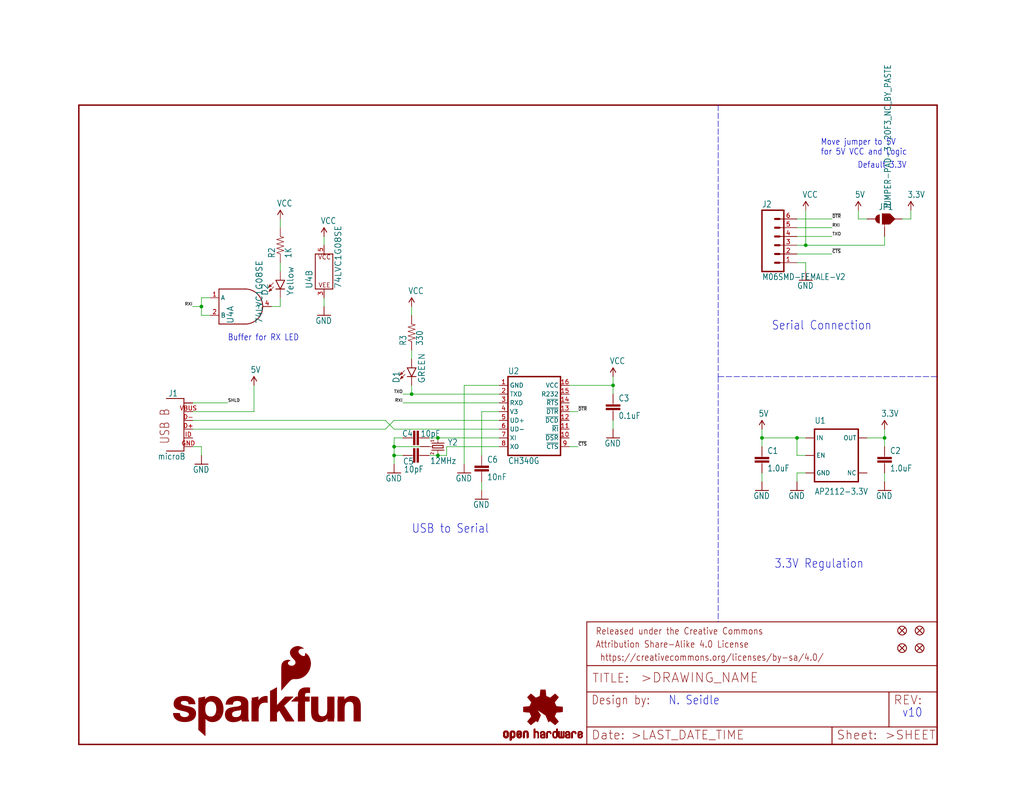
<source format=kicad_sch>
(kicad_sch (version 20211123) (generator eeschema)
  (paper "User" 297.002 235.534)
  (lib_symbols
    (symbol "eagleSchem-eagle-import:0.1UF-25V(+80{slash}-20%)(0603)"
      (property "Reference" "C" (at 1.524 2.921 0))
      (property "Value" "0.1UF-25V(+80{slash}-20%)(0603)" (at 1.524 -2.159 0))
      (symbol "0.1UF-25V(+80{slash}-20%)(0603)_1_0"
        (pin passive line (at 0 5.08 270) (length 2.54) (name "1") (number "1"))
        (pin passive line (at 0 -2.54 90) (length 2.54) (name "2") (number "2"))
      )
    )
    (symbol "eagleSchem-eagle-import:1.0UF-16V-10%(0603)"
      (property "Reference" "C" (at 1.524 2.921 0))
      (property "Value" "1.0UF-16V-10%(0603)" (at 1.524 -2.159 0))
      (symbol "1.0UF-16V-10%(0603)_1_0"
        (pin passive line (at 0 5.08 270) (length 2.54) (name "1") (number "1"))
        (pin passive line (at 0 -2.54 90) (length 2.54) (name "2") (number "2"))
      )
    )
    (symbol "eagleSchem-eagle-import:10NF{slash}10000PF-50V-10%(0603)"
      (property "Reference" "C" (at 1.524 2.921 0))
      (property "Value" "10NF{slash}10000PF-50V-10%(0603)" (at 1.524 -2.159 0))
      (symbol "10NF{slash}10000PF-50V-10%(0603)_1_0"
        (pin passive line (at 0 5.08 270) (length 2.54) (name "1") (number "1"))
        (pin passive line (at 0 -2.54 90) (length 2.54) (name "2") (number "2"))
      )
    )
    (symbol "eagleSchem-eagle-import:10PF-50V-5%(0603)"
      (property "Reference" "C" (at 1.524 2.921 0))
      (property "Value" "10PF-50V-5%(0603)" (at 1.524 -2.159 0))
      (symbol "10PF-50V-5%(0603)_1_0"
        (pin passive line (at 0 5.08 270) (length 2.54) (name "1") (number "1"))
        (pin passive line (at 0 -2.54 90) (length 2.54) (name "2") (number "2"))
      )
    )
    (symbol "eagleSchem-eagle-import:1KOHM-1{slash}10W-1%(0603)"
      (property "Reference" "R" (at -3.81 1.4986 0))
      (property "Value" "1KOHM-1{slash}10W-1%(0603)" (at -3.81 -3.302 0))
      (symbol "1KOHM-1{slash}10W-1%(0603)_1_0"
        (pin passive line (at -5.08 0 0) (length 2.54) (name "1") (number "1"))
        (pin passive line (at 5.08 0 180) (length 2.54) (name "2") (number "2"))
      )
    )
    (symbol "eagleSchem-eagle-import:3.3V" (power)
      (property "Value" "3.3V" (at -1.016 3.556 0))
      (symbol "3.3V_1_0"
        (pin power_in line (at 0 0 90) (length 2.54) (name "3.3V") (number "1"))
      )
    )
    (symbol "eagleSchem-eagle-import:330OHM1{slash}10W1%(0603)"
      (property "Reference" "R" (at -3.81 1.4986 0))
      (property "Value" "330OHM1{slash}10W1%(0603)" (at -3.81 -3.302 0))
      (symbol "330OHM1{slash}10W1%(0603)_1_0"
        (pin passive line (at -5.08 0 0) (length 2.54) (name "1") (number "1"))
        (pin passive line (at 5.08 0 180) (length 2.54) (name "2") (number "2"))
      )
    )
    (symbol "eagleSchem-eagle-import:5V" (power)
      (property "Value" "5V" (at -1.016 3.556 0))
      (symbol "5V_1_0"
        (pin power_in line (at 0 0 90) (length 2.54) (name "5V") (number "1"))
      )
    )
    (symbol "eagleSchem-eagle-import:7408"
      (property "Reference" "U" (at -3.302 -5.08 90))
      (property "Value" "7408" (at 5.08 -5.08 90))
      (symbol "7408_1_0"
        (pin bidirectional line (at -10.16 2.54 0) (length 2.54) (name "A") (number "1"))
        (pin bidirectional line (at -10.16 -2.54 0) (length 2.54) (name "B") (number "2"))
        (pin bidirectional line (at 7.62 0 180) (length 2.54) (name "Y") (number "4"))
      )
      (symbol "7408_2_0"
        (text "VCC" (at 0.127 3.429 0) (effects (font (size 1.27 1.27)) (justify bottom)))
        (text "VEE" (at 0.127 -4.699 0) (effects (font (size 1.27 1.27)) (justify bottom)))
        (pin bidirectional line (at 0 -7.62 90) (length 2.54) (name "P$V-") (number "3"))
        (pin bidirectional line (at 0 7.62 270) (length 2.54) (name "P$V+") (number "5"))
      )
    )
    (symbol "eagleSchem-eagle-import:CH340GSMD"
      (property "Reference" "U" (at -7.62 10.795 0))
      (property "Value" "CH340GSMD" (at -7.62 -15.24 0))
      (symbol "CH340GSMD_1_0"
        (pin bidirectional line (at -10.16 7.62 0) (length 2.54) (name "GND") (number "1"))
        (pin bidirectional line (at 10.16 -7.62 180) (length 2.54) (name "~{DSR}") (number "10"))
        (pin bidirectional line (at 10.16 -5.08 180) (length 2.54) (name "~{RI}") (number "11"))
        (pin bidirectional line (at 10.16 -2.54 180) (length 2.54) (name "~{DCD}") (number "12"))
        (pin bidirectional line (at 10.16 0 180) (length 2.54) (name "~{DTR}") (number "13"))
        (pin bidirectional line (at 10.16 2.54 180) (length 2.54) (name "~{RTS}") (number "14"))
        (pin bidirectional line (at 10.16 5.08 180) (length 2.54) (name "R232") (number "15"))
        (pin bidirectional line (at 10.16 7.62 180) (length 2.54) (name "VCC") (number "16"))
        (pin bidirectional line (at -10.16 5.08 0) (length 2.54) (name "TXD") (number "2"))
        (pin bidirectional line (at -10.16 2.54 0) (length 2.54) (name "RXD") (number "3"))
        (pin bidirectional line (at -10.16 0 0) (length 2.54) (name "V3") (number "4"))
        (pin bidirectional line (at -10.16 -2.54 0) (length 2.54) (name "UD+") (number "5"))
        (pin bidirectional line (at -10.16 -5.08 0) (length 2.54) (name "UD-") (number "6"))
        (pin bidirectional line (at -10.16 -7.62 0) (length 2.54) (name "XI") (number "7"))
        (pin bidirectional line (at -10.16 -10.16 0) (length 2.54) (name "XO") (number "8"))
        (pin bidirectional line (at 10.16 -10.16 180) (length 2.54) (name "~{CTS}") (number "9"))
      )
    )
    (symbol "eagleSchem-eagle-import:CRYSTAL-GROUNDED3.2X2.5"
      (property "Reference" "Y" (at 2.54 2.54 0))
      (property "Value" "CRYSTAL-GROUNDED3.2X2.5" (at 2.54 -2.54 0))
      (symbol "CRYSTAL-GROUNDED3.2X2.5_1_0"
        (text "1" (at -2.159 -1.143 0) (effects (font (size 0.8636 0.734)) (justify left bottom)))
        (text "2" (at 1.524 -1.143 0) (effects (font (size 0.8636 0.734)) (justify left bottom)))
        (pin passive line (at -2.54 0 0) (length 0) (name "1") (number "1"))
        (pin passive line (at 0 -5.08 90) (length 2.54) (name "GND") (number "2"))
        (pin passive line (at 2.54 0 180) (length 0) (name "2") (number "3"))
        (pin passive line (at 0 -5.08 90) (length 2.54) (name "GND") (number "4"))
      )
    )
    (symbol "eagleSchem-eagle-import:FIDUCIAL1X2")
    (symbol "eagleSchem-eagle-import:FRAME-LETTER"
      (symbol "FRAME-LETTER_2_0"
        (text " https://creativecommons.org/licenses/by-sa/4.0/" (at 2.54 24.13 0) (effects (font (size 1.9304 1.6408)) (justify left bottom)))
        (text ">DRAWING_NAME" (at 15.494 17.78 0) (effects (font (size 2.7432 2.7432)) (justify left bottom)))
        (text ">LAST_DATE_TIME" (at 12.7 1.27 0) (effects (font (size 2.54 2.54)) (justify left bottom)))
        (text ">SHEET" (at 86.36 1.27 0) (effects (font (size 2.54 2.54)) (justify left bottom)))
        (text "Attribution Share-Alike 4.0 License" (at 2.54 27.94 0) (effects (font (size 1.9304 1.6408)) (justify left bottom)))
        (text "Date:" (at 1.27 1.27 0) (effects (font (size 2.54 2.54)) (justify left bottom)))
        (text "Design by:" (at 1.27 11.43 0) (effects (font (size 2.54 2.159)) (justify left bottom)))
        (text "Released under the Creative Commons" (at 2.54 31.75 0) (effects (font (size 1.9304 1.6408)) (justify left bottom)))
        (text "REV:" (at 88.9 11.43 0) (effects (font (size 2.54 2.54)) (justify left bottom)))
        (text "Sheet:" (at 72.39 1.27 0) (effects (font (size 2.54 2.54)) (justify left bottom)))
        (text "TITLE:" (at 1.524 17.78 0) (effects (font (size 2.54 2.54)) (justify left bottom)))
      )
    )
    (symbol "eagleSchem-eagle-import:GND" (power)
      (property "Value" "GND" (at -2.54 -2.54 0))
      (symbol "GND_1_0"
        (pin power_in line (at 0 2.54 270) (length 2.54) (name "GND") (number "1"))
      )
    )
    (symbol "eagleSchem-eagle-import:JUMPER-PAD-3-2OF3_NC_BY_PASTE"
      (property "Reference" "JP" (at 2.54 0.381 0))
      (property "Value" "JUMPER-PAD-3-2OF3_NC_BY_PASTE" (at 2.54 -1.905 0))
      (symbol "JUMPER-PAD-3-2OF3_NC_BY_PASTE_1_0"
        (pin passive line (at 0 5.08 270) (length 2.54) (name "1") (number "1"))
        (pin passive line (at -5.08 0 0) (length 2.54) (name "2") (number "2"))
        (pin passive line (at 0 -5.08 90) (length 2.54) (name "3") (number "3"))
      )
    )
    (symbol "eagleSchem-eagle-import:LED-GREEN0603"
      (property "Reference" "D" (at -3.429 -4.572 90))
      (property "Value" "LED-GREEN0603" (at 1.905 -4.572 90))
      (symbol "LED-GREEN0603_1_0"
        (pin passive line (at 0 2.54 270) (length 2.54) (name "A") (number "A"))
        (pin passive line (at 0 -5.08 90) (length 2.54) (name "C") (number "C"))
      )
    )
    (symbol "eagleSchem-eagle-import:LED-YELLOW0603"
      (property "Reference" "D" (at -3.429 -4.572 90))
      (property "Value" "LED-YELLOW0603" (at 1.905 -4.572 90))
      (symbol "LED-YELLOW0603_1_0"
        (pin passive line (at 0 2.54 270) (length 2.54) (name "A") (number "A"))
        (pin passive line (at 0 -5.08 90) (length 2.54) (name "C") (number "C"))
      )
    )
    (symbol "eagleSchem-eagle-import:M06SMD-FEMALE-V2"
      (property "Reference" "J" (at -5.08 10.922 0))
      (property "Value" "M06SMD-FEMALE-V2" (at -5.08 -10.16 0))
      (symbol "M06SMD-FEMALE-V2_1_0"
        (pin passive line (at 5.08 -5.08 180) (length 5.08) (name "1") (number "1"))
        (pin passive line (at 5.08 -2.54 180) (length 5.08) (name "2") (number "2"))
        (pin passive line (at 5.08 0 180) (length 5.08) (name "3") (number "3"))
        (pin passive line (at 5.08 2.54 180) (length 5.08) (name "4") (number "4"))
        (pin passive line (at 5.08 5.08 180) (length 5.08) (name "5") (number "5"))
        (pin passive line (at 5.08 7.62 180) (length 5.08) (name "6") (number "6"))
      )
    )
    (symbol "eagleSchem-eagle-import:OSHW-LOGOS")
    (symbol "eagleSchem-eagle-import:SFE_LOGO_FLAME.1_INCH")
    (symbol "eagleSchem-eagle-import:SFE_LOGO_NAME.1_INCH")
    (symbol "eagleSchem-eagle-import:USB-MICROB{dblquote}"
      (property "Value" "USB-MICROB{dblquote}" (at -2.54 -10.16 0))
      (symbol "USB-MICROB{dblquote}_1_0"
        (text "USB B" (at 1.524 -3.556 900) (effects (font (size 2.54 2.159)) (justify left bottom)))
        (pin bidirectional line (at -5.08 2.54 0) (length 2.54) (name "D+") (number "D+"))
        (pin bidirectional line (at -5.08 0 0) (length 2.54) (name "D-") (number "D-"))
        (pin bidirectional line (at -5.08 7.62 0) (length 2.54) (name "GND") (number "GND"))
        (pin bidirectional line (at -5.08 5.08 0) (length 2.54) (name "USBID") (number "ID"))
        (pin bidirectional line (at -5.08 -5.08 0) (length 2.54) (name "SHIELD") (number "SHIELD1"))
        (pin bidirectional line (at -5.08 -5.08 0) (length 2.54) (name "SHIELD") (number "SHIELD2"))
        (pin bidirectional line (at -5.08 -5.08 0) (length 2.54) (name "SHIELD") (number "SHIELD3"))
        (pin bidirectional line (at -5.08 -2.54 0) (length 2.54) (name "VBUS") (number "VBUS"))
      )
    )
    (symbol "eagleSchem-eagle-import:VCC" (power)
      (property "Value" "VCC" (at -1.016 3.556 0))
      (symbol "VCC_1_0"
        (pin power_in line (at 0 0 90) (length 2.54) (name "VCC") (number "1"))
      )
    )
    (symbol "eagleSchem-eagle-import:V_REG_AP2112K-3.3V"
      (property "Reference" "U" (at -7.62 9.144 0))
      (property "Value" "V_REG_AP2112K-3.3V" (at -7.62 -11.43 0))
      (symbol "V_REG_AP2112K-3.3V_1_0"
        (pin input line (at -10.16 5.08 0) (length 2.54) (name "IN") (number "1"))
        (pin input line (at -10.16 -5.08 0) (length 2.54) (name "GND") (number "2"))
        (pin input line (at -10.16 0 0) (length 2.54) (name "EN") (number "3"))
        (pin input line (at 7.62 -5.08 180) (length 2.54) (name "NC") (number "4"))
        (pin passive line (at 7.62 5.08 180) (length 2.54) (name "OUT") (number "5"))
      )
    )
  )
  (junction (at 177.8 111.76))
  (junction (at 233.68 71.12))
  (junction (at 119.38 114.3))
  (junction (at 220.98 127))
  (junction (at 127 132.08))
  (junction (at 256.54 127))
  (junction (at 58.42 88.9))
  (junction (at 114.3 132.08))
  (junction (at 127 127))
  (junction (at 114.3 129.54))
  (junction (at 231.14 127))
  (wire (pts (xy 81.28 76.2) (xy 81.28 78.74)))
  (wire (pts (xy 261.62 63.5) (xy 264.16 63.5)))
  (wire (pts (xy 81.28 63.5) (xy 81.28 66.04)))
  (wire (pts (xy 231.14 132.08) (xy 231.14 127)))
  (wire (pts (xy 111.76 124.46) (xy 114.3 121.92)))
  (wire (pts (xy 233.68 137.16) (xy 231.14 137.16)))
  (wire (pts (xy 233.68 78.74) (xy 233.68 76.2)))
  (wire (pts (xy 73.66 119.38) (xy 73.66 111.76)))
  (wire (pts (xy 111.76 121.92) (xy 114.3 124.46)))
  (wire (pts (xy 264.16 63.5) (xy 264.16 60.96)))
  (wire (pts (xy 231.14 76.2) (xy 233.68 76.2)))
  (wire (pts (xy 93.98 86.36) (xy 93.98 88.9)))
  (polyline (pts (xy 208.28 109.22) (xy 208.28 180.34)))
  (wire (pts (xy 119.38 114.3) (xy 119.38 111.76)))
  (wire (pts (xy 55.88 121.92) (xy 111.76 121.92)))
  (wire (pts (xy 116.84 132.08) (xy 114.3 132.08)))
  (wire (pts (xy 55.88 119.38) (xy 73.66 119.38)))
  (wire (pts (xy 220.98 139.7) (xy 220.98 137.16)))
  (wire (pts (xy 58.42 86.36) (xy 58.42 88.9)))
  (wire (pts (xy 129.54 132.08) (xy 129.54 129.54)))
  (wire (pts (xy 116.84 127) (xy 114.3 127)))
  (wire (pts (xy 58.42 88.9) (xy 58.42 91.44)))
  (wire (pts (xy 231.14 127) (xy 233.68 127)))
  (wire (pts (xy 231.14 127) (xy 220.98 127)))
  (wire (pts (xy 134.62 111.76) (xy 134.62 134.62)))
  (wire (pts (xy 144.78 116.84) (xy 116.84 116.84)))
  (wire (pts (xy 220.98 124.46) (xy 220.98 127)))
  (wire (pts (xy 129.54 129.54) (xy 144.78 129.54)))
  (wire (pts (xy 231.14 71.12) (xy 233.68 71.12)))
  (wire (pts (xy 58.42 88.9) (xy 55.88 88.9)))
  (wire (pts (xy 165.1 111.76) (xy 177.8 111.76)))
  (wire (pts (xy 231.14 66.04) (xy 241.3 66.04)))
  (wire (pts (xy 60.96 86.36) (xy 58.42 86.36)))
  (wire (pts (xy 121.92 129.54) (xy 114.3 129.54)))
  (wire (pts (xy 177.8 109.22) (xy 177.8 111.76)))
  (wire (pts (xy 165.1 129.54) (xy 167.64 129.54)))
  (wire (pts (xy 114.3 124.46) (xy 144.78 124.46)))
  (wire (pts (xy 165.1 119.38) (xy 167.64 119.38)))
  (wire (pts (xy 256.54 71.12) (xy 256.54 68.58)))
  (wire (pts (xy 144.78 114.3) (xy 119.38 114.3)))
  (wire (pts (xy 93.98 71.12) (xy 93.98 68.58)))
  (polyline (pts (xy 208.28 30.48) (xy 208.28 109.22)))
  (wire (pts (xy 119.38 88.9) (xy 119.38 91.44)))
  (wire (pts (xy 55.88 116.84) (xy 66.04 116.84)))
  (wire (pts (xy 231.14 137.16) (xy 231.14 139.7)))
  (wire (pts (xy 220.98 129.54) (xy 220.98 127)))
  (wire (pts (xy 177.8 121.92) (xy 177.8 124.46)))
  (wire (pts (xy 81.28 88.9) (xy 81.28 86.36)))
  (wire (pts (xy 127 132.08) (xy 129.54 132.08)))
  (wire (pts (xy 124.46 127) (xy 127 127)))
  (wire (pts (xy 256.54 127) (xy 251.46 127)))
  (wire (pts (xy 114.3 121.92) (xy 144.78 121.92)))
  (wire (pts (xy 55.88 129.54) (xy 58.42 129.54)))
  (wire (pts (xy 144.78 119.38) (xy 139.7 119.38)))
  (wire (pts (xy 256.54 127) (xy 256.54 129.54)))
  (wire (pts (xy 139.7 119.38) (xy 139.7 132.08)))
  (wire (pts (xy 231.14 68.58) (xy 241.3 68.58)))
  (wire (pts (xy 55.88 124.46) (xy 111.76 124.46)))
  (wire (pts (xy 231.14 73.66) (xy 241.3 73.66)))
  (wire (pts (xy 251.46 63.5) (xy 248.92 63.5)))
  (wire (pts (xy 256.54 124.46) (xy 256.54 127)))
  (wire (pts (xy 231.14 63.5) (xy 241.3 63.5)))
  (wire (pts (xy 114.3 127) (xy 114.3 129.54)))
  (wire (pts (xy 58.42 91.44) (xy 60.96 91.44)))
  (wire (pts (xy 58.42 129.54) (xy 58.42 132.08)))
  (wire (pts (xy 248.92 63.5) (xy 248.92 60.96)))
  (wire (pts (xy 233.68 71.12) (xy 256.54 71.12)))
  (wire (pts (xy 144.78 111.76) (xy 134.62 111.76)))
  (wire (pts (xy 139.7 142.24) (xy 139.7 139.7)))
  (wire (pts (xy 119.38 114.3) (xy 116.84 114.3)))
  (wire (pts (xy 78.74 88.9) (xy 81.28 88.9)))
  (wire (pts (xy 177.8 114.3) (xy 177.8 111.76)))
  (wire (pts (xy 119.38 101.6) (xy 119.38 104.14)))
  (wire (pts (xy 256.54 139.7) (xy 256.54 137.16)))
  (wire (pts (xy 124.46 132.08) (xy 127 132.08)))
  (wire (pts (xy 114.3 129.54) (xy 114.3 132.08)))
  (polyline (pts (xy 208.28 109.22) (xy 271.78 109.22)))
  (wire (pts (xy 127 127) (xy 144.78 127)))
  (wire (pts (xy 114.3 132.08) (xy 114.3 134.62)))
  (wire (pts (xy 233.68 132.08) (xy 231.14 132.08)))
  (wire (pts (xy 233.68 60.96) (xy 233.68 71.12)))
  (text "Serial Connection" (at 223.774 96.012 180) (effects (font (size 2.54 2.159)) (justify left bottom)))
  (text "Buffer for RX LED" (at 66.04 99.06 180) (effects (font (size 1.778 1.5113)) (justify left bottom)))
  (text "Move jumper to 5V\nfor 5V VCC and Logic" (at 237.998 45.212 180) (effects (font (size 1.778 1.5113)) (justify left bottom)))
  (text "v10" (at 261.62 208.28 180) (effects (font (size 2.54 2.159)) (justify left bottom)))
  (text "Default 3.3V" (at 248.666 49.022 180) (effects (font (size 1.778 1.5113)) (justify left bottom)))
  (text "USB to Serial" (at 119.38 154.94 180) (effects (font (size 2.54 2.159)) (justify left bottom)))
  (text "N. Seidle" (at 193.802 204.724 180) (effects (font (size 2.54 2.159)) (justify left bottom)))
  (text "3.3V Regulation" (at 224.536 165.1 180) (effects (font (size 2.54 2.159)) (justify left bottom)))
  (label "~{DTR}" (at 241.3 63.5 0) (effects (font (size 0.889 0.889))))
  (label "~{CTS}" (at 241.3 73.66 0) (effects (font (size 0.889 0.889))))
  (label "RXI" (at 55.88 88.9 180) (effects (font (size 0.889 0.889))))
  (label "SHLD" (at 66.04 116.84 0) (effects (font (size 0.889 0.889))))
  (label "TXO" (at 116.84 114.3 180) (effects (font (size 0.889 0.889))))
  (label "~{CTS}" (at 167.64 129.54 0) (effects (font (size 0.889 0.889))))
  (label "TXO" (at 241.3 68.58 0) (effects (font (size 0.889 0.889))))
  (label "~{DTR}" (at 167.64 119.38 0) (effects (font (size 0.889 0.889))))
  (label "RXI" (at 116.84 116.84 180) (effects (font (size 0.889 0.889))))
  (label "RXI" (at 241.3 66.04 0) (effects (font (size 0.889 0.889))))
  (symbol (lib_id "eagleSchem-eagle-import:FRAME-LETTER") (at 22.86 215.9 0) (unit 1)
    (property "Reference" "FRAME1" (effects hide))
    (property "Value" "FRAME-LETTER" (effects hide))
    (property "Footprint" "eagleSchem:CREATIVE_COMMONS" (effects hide))
  )
  (symbol (lib_id "eagleSchem-eagle-import:V_REG_AP2112K-3.3V") (at 243.84 132.08 0) (unit 1)
    (property "Reference" "U1" (at 236.22 122.936 0) (effects (font (size 1.778 1.5113)) (justify left bottom)))
    (property "Value" "AP2112-3.3V" (at 236.22 143.51 0) (effects (font (size 1.778 1.5113)) (justify left bottom)))
    (property "Footprint" "eagleSchem:SOT23-5" (effects hide))
  )
  (symbol (lib_id "eagleSchem-eagle-import:FRAME-LETTER") (at 170.18 215.9 0) (unit 2)
    (property "Reference" "FRAME1" (effects hide))
    (property "Value" "FRAME-LETTER" (effects hide))
    (property "Footprint" "eagleSchem:CREATIVE_COMMONS" (effects hide))
  )
  (symbol (lib_id "eagleSchem-eagle-import:3.3V") (at 264.16 60.96 0) (unit 1)
    (property "Reference" "#SUPPLY3" (effects hide))
    (property "Value" "3.3V" (at 263.144 57.404 0) (effects (font (size 1.778 1.5113)) (justify left bottom)))
    (property "Footprint" "eagleSchem:" (effects hide))
  )
  (symbol (lib_id "eagleSchem-eagle-import:GND") (at 231.14 142.24 0) (unit 1)
    (property "Reference" "#GND9" (effects hide))
    (property "Value" "GND" (at 228.6 144.78 0) (effects (font (size 1.778 1.5113)) (justify left bottom)))
    (property "Footprint" "eagleSchem:" (effects hide))
  )
  (symbol (lib_id "eagleSchem-eagle-import:LED-GREEN0603") (at 119.38 106.68 0) (unit 1)
    (property "Reference" "D1" (at 115.951 111.252 90) (effects (font (size 1.778 1.778)) (justify left bottom)))
    (property "Value" "GREEN" (at 121.285 111.252 90) (effects (font (size 1.778 1.778)) (justify left top)))
    (property "Footprint" "eagleSchem:LED-0603" (effects hide))
  )
  (symbol (lib_id "eagleSchem-eagle-import:VCC") (at 81.28 63.5 0) (unit 1)
    (property "Reference" "#SUPPLY4" (effects hide))
    (property "Value" "VCC" (at 80.264 59.944 0) (effects (font (size 1.778 1.5113)) (justify left bottom)))
    (property "Footprint" "eagleSchem:" (effects hide))
  )
  (symbol (lib_id "eagleSchem-eagle-import:OSHW-LOGOS") (at 157.48 205.74 0) (unit 1)
    (property "Reference" "LOGO1" (effects hide))
    (property "Value" "OSHW-LOGOS" (effects hide))
    (property "Footprint" "eagleSchem:OSHW-LOGO-S" (effects hide))
  )
  (symbol (lib_id "eagleSchem-eagle-import:1.0UF-16V-10%(0603)") (at 256.54 134.62 0) (unit 1)
    (property "Reference" "C2" (at 258.064 131.699 0) (effects (font (size 1.778 1.5113)) (justify left bottom)))
    (property "Value" "1.0uF" (at 258.064 136.779 0) (effects (font (size 1.778 1.5113)) (justify left bottom)))
    (property "Footprint" "eagleSchem:0603-CAP" (effects hide))
  )
  (symbol (lib_id "eagleSchem-eagle-import:VCC") (at 177.8 109.22 0) (unit 1)
    (property "Reference" "#SUPPLY2" (effects hide))
    (property "Value" "VCC" (at 176.784 105.664 0) (effects (font (size 1.778 1.5113)) (justify left bottom)))
    (property "Footprint" "eagleSchem:" (effects hide))
  )
  (symbol (lib_id "eagleSchem-eagle-import:VCC") (at 233.68 60.96 0) (unit 1)
    (property "Reference" "#SUPPLY7" (effects hide))
    (property "Value" "VCC" (at 232.664 57.404 0) (effects (font (size 1.778 1.5113)) (justify left bottom)))
    (property "Footprint" "eagleSchem:" (effects hide))
  )
  (symbol (lib_id "eagleSchem-eagle-import:330OHM1{slash}10W1%(0603)") (at 119.38 96.52 90) (unit 1)
    (property "Reference" "R3" (at 117.8814 100.33 0) (effects (font (size 1.778 1.5113)) (justify left bottom)))
    (property "Value" "330" (at 122.682 100.33 0) (effects (font (size 1.778 1.5113)) (justify left bottom)))
    (property "Footprint" "eagleSchem:0603-RES" (effects hide))
  )
  (symbol (lib_id "eagleSchem-eagle-import:1KOHM-1{slash}10W-1%(0603)") (at 81.28 71.12 90) (unit 1)
    (property "Reference" "R2" (at 79.7814 74.93 0) (effects (font (size 1.778 1.5113)) (justify left bottom)))
    (property "Value" "1K" (at 84.582 74.93 0) (effects (font (size 1.778 1.5113)) (justify left bottom)))
    (property "Footprint" "eagleSchem:0603-RES" (effects hide))
  )
  (symbol (lib_id "eagleSchem-eagle-import:USB-MICROB{dblquote}") (at 50.8 121.92 180) (unit 1)
    (property "Reference" "J1" (at 48.768 115.062 0) (effects (font (size 1.778 1.5113)) (justify right top)))
    (property "Value" "microB" (at 45.72 133.35 0) (effects (font (size 1.778 1.5113)) (justify right top)))
    (property "Footprint" "eagleSchem:USB-B-MICRO-SMD_V03" (effects hide))
  )
  (symbol (lib_id "eagleSchem-eagle-import:GND") (at 58.42 134.62 0) (unit 1)
    (property "Reference" "#GND2" (effects hide))
    (property "Value" "GND" (at 55.88 137.16 0) (effects (font (size 1.778 1.5113)) (justify left bottom)))
    (property "Footprint" "eagleSchem:" (effects hide))
  )
  (symbol (lib_id "eagleSchem-eagle-import:GND") (at 233.68 81.28 0) (unit 1)
    (property "Reference" "#GND1" (effects hide))
    (property "Value" "GND" (at 231.14 83.82 0) (effects (font (size 1.778 1.5113)) (justify left bottom)))
    (property "Footprint" "eagleSchem:" (effects hide))
  )
  (symbol (lib_id "eagleSchem-eagle-import:7408") (at 93.98 78.74 0) (unit 2)
    (property "Reference" "U4" (at 90.678 83.82 90) (effects (font (size 1.778 1.778)) (justify left bottom)))
    (property "Value" "74LVC1G08SE" (at 99.06 83.82 90) (effects (font (size 1.778 1.778)) (justify left bottom)))
    (property "Footprint" "eagleSchem:SOT353" (effects hide))
  )
  (symbol (lib_id "eagleSchem-eagle-import:VCC") (at 119.38 88.9 0) (unit 1)
    (property "Reference" "#SUPPLY5" (effects hide))
    (property "Value" "VCC" (at 118.364 85.344 0) (effects (font (size 1.778 1.5113)) (justify left bottom)))
    (property "Footprint" "eagleSchem:" (effects hide))
  )
  (symbol (lib_id "eagleSchem-eagle-import:GND") (at 220.98 142.24 0) (unit 1)
    (property "Reference" "#GND6" (effects hide))
    (property "Value" "GND" (at 218.44 144.78 0) (effects (font (size 1.778 1.5113)) (justify left bottom)))
    (property "Footprint" "eagleSchem:" (effects hide))
  )
  (symbol (lib_id "eagleSchem-eagle-import:10PF-50V-5%(0603)") (at 121.92 132.08 90) (mirror x) (unit 1)
    (property "Reference" "C5" (at 116.84 132.842 90) (effects (font (size 1.778 1.5113)) (justify right top)))
    (property "Value" "10pF" (at 117.094 135.128 90) (effects (font (size 1.778 1.5113)) (justify right top)))
    (property "Footprint" "eagleSchem:0603-CAP" (effects hide))
  )
  (symbol (lib_id "eagleSchem-eagle-import:FIDUCIAL1X2") (at 261.62 187.96 0) (unit 1)
    (property "Reference" "JP3" (effects hide))
    (property "Value" "FIDUCIAL1X2" (effects hide))
    (property "Footprint" "eagleSchem:FIDUCIAL-1X2" (effects hide))
  )
  (symbol (lib_id "eagleSchem-eagle-import:10PF-50V-5%(0603)") (at 121.92 127 90) (unit 1)
    (property "Reference" "C4" (at 116.586 126.746 90) (effects (font (size 1.778 1.5113)) (justify right top)))
    (property "Value" "10pF" (at 121.92 126.746 90) (effects (font (size 1.778 1.5113)) (justify right top)))
    (property "Footprint" "eagleSchem:0603-CAP" (effects hide))
  )
  (symbol (lib_id "eagleSchem-eagle-import:FIDUCIAL1X2") (at 266.7 187.96 0) (unit 1)
    (property "Reference" "JP4" (effects hide))
    (property "Value" "FIDUCIAL1X2" (effects hide))
    (property "Footprint" "eagleSchem:FIDUCIAL-1X2" (effects hide))
  )
  (symbol (lib_id "eagleSchem-eagle-import:GND") (at 139.7 144.78 0) (unit 1)
    (property "Reference" "#GND8" (effects hide))
    (property "Value" "GND" (at 137.16 147.32 0) (effects (font (size 1.778 1.5113)) (justify left bottom)))
    (property "Footprint" "eagleSchem:" (effects hide))
  )
  (symbol (lib_id "eagleSchem-eagle-import:CH340GSMD") (at 154.94 119.38 0) (unit 1)
    (property "Reference" "U2" (at 147.32 108.585 0) (effects (font (size 1.778 1.5113)) (justify left bottom)))
    (property "Value" "CH340G" (at 147.32 134.62 0) (effects (font (size 1.778 1.5113)) (justify left bottom)))
    (property "Footprint" "eagleSchem:SO016" (effects hide))
  )
  (symbol (lib_id "eagleSchem-eagle-import:GND") (at 93.98 91.44 0) (unit 1)
    (property "Reference" "#GND10" (effects hide))
    (property "Value" "GND" (at 91.44 93.98 0) (effects (font (size 1.778 1.5113)) (justify left bottom)))
    (property "Footprint" "eagleSchem:" (effects hide))
  )
  (symbol (lib_id "eagleSchem-eagle-import:1.0UF-16V-10%(0603)") (at 220.98 134.62 0) (unit 1)
    (property "Reference" "C1" (at 222.504 131.699 0) (effects (font (size 1.778 1.5113)) (justify left bottom)))
    (property "Value" "1.0uF" (at 222.504 136.779 0) (effects (font (size 1.778 1.5113)) (justify left bottom)))
    (property "Footprint" "eagleSchem:0603-CAP" (effects hide))
  )
  (symbol (lib_id "eagleSchem-eagle-import:0.1UF-25V(+80{slash}-20%)(0603)") (at 177.8 119.38 0) (unit 1)
    (property "Reference" "C3" (at 179.324 116.459 0) (effects (font (size 1.778 1.5113)) (justify left bottom)))
    (property "Value" "0.1uF" (at 179.324 121.539 0) (effects (font (size 1.778 1.5113)) (justify left bottom)))
    (property "Footprint" "eagleSchem:0603-CAP" (effects hide))
  )
  (symbol (lib_id "eagleSchem-eagle-import:5V") (at 220.98 124.46 0) (unit 1)
    (property "Reference" "#U$6" (effects hide))
    (property "Value" "5V" (at 219.964 120.904 0) (effects (font (size 1.778 1.5113)) (justify left bottom)))
    (property "Footprint" "eagleSchem:" (effects hide))
  )
  (symbol (lib_id "eagleSchem-eagle-import:7408") (at 71.12 88.9 0) (unit 1)
    (property "Reference" "U4" (at 67.818 93.98 90) (effects (font (size 1.778 1.778)) (justify left bottom)))
    (property "Value" "74LVC1G08SE" (at 76.2 93.98 90) (effects (font (size 1.778 1.778)) (justify left bottom)))
    (property "Footprint" "eagleSchem:SOT353" (effects hide))
  )
  (symbol (lib_id "eagleSchem-eagle-import:LED-YELLOW0603") (at 81.28 81.28 0) (unit 1)
    (property "Reference" "D2" (at 77.851 85.852 90) (effects (font (size 1.778 1.778)) (justify left bottom)))
    (property "Value" "Yellow" (at 83.185 85.852 90) (effects (font (size 1.778 1.778)) (justify left top)))
    (property "Footprint" "eagleSchem:LED-0603" (effects hide))
  )
  (symbol (lib_id "eagleSchem-eagle-import:GND") (at 134.62 137.16 0) (unit 1)
    (property "Reference" "#GND4" (effects hide))
    (property "Value" "GND" (at 132.08 139.7 0) (effects (font (size 1.778 1.5113)) (justify left bottom)))
    (property "Footprint" "eagleSchem:" (effects hide))
  )
  (symbol (lib_id "eagleSchem-eagle-import:JUMPER-PAD-3-2OF3_NC_BY_PASTE") (at 256.54 63.5 90) (unit 1)
    (property "Reference" "JP1" (at 254.762 60.96 90) (effects (font (size 1.778 1.5113)) (justify right top)))
    (property "Value" "JUMPER-PAD-3-2OF3_NC_BY_PASTE" (at 258.445 60.96 0) (effects (font (size 1.778 1.5113)) (justify left bottom)))
    (property "Footprint" "eagleSchem:PAD-JUMPER-3-2OF3_NC_BY_PASTE_YES_SILK_FULL_BOX" (effects hide))
  )
  (symbol (lib_id "eagleSchem-eagle-import:CRYSTAL-GROUNDED3.2X2.5") (at 127 129.54 270) (unit 1)
    (property "Reference" "Y2" (at 129.794 129.286 90) (effects (font (size 1.778 1.5113)) (justify left bottom)))
    (property "Value" "12MHz" (at 124.714 134.62 90) (effects (font (size 1.778 1.5113)) (justify left bottom)))
    (property "Footprint" "eagleSchem:CRYSTAL-SMD-3.2X2.5" (effects hide))
  )
  (symbol (lib_id "eagleSchem-eagle-import:FIDUCIAL1X2") (at 261.62 182.88 0) (unit 1)
    (property "Reference" "JP5" (effects hide))
    (property "Value" "FIDUCIAL1X2" (effects hide))
    (property "Footprint" "eagleSchem:FIDUCIAL-1X2" (effects hide))
  )
  (symbol (lib_id "eagleSchem-eagle-import:VCC") (at 93.98 68.58 0) (unit 1)
    (property "Reference" "#SUPPLY6" (effects hide))
    (property "Value" "VCC" (at 92.964 65.024 0) (effects (font (size 1.778 1.5113)) (justify left bottom)))
    (property "Footprint" "eagleSchem:" (effects hide))
  )
  (symbol (lib_id "eagleSchem-eagle-import:FIDUCIAL1X2") (at 266.7 182.88 0) (unit 1)
    (property "Reference" "JP6" (effects hide))
    (property "Value" "FIDUCIAL1X2" (effects hide))
    (property "Footprint" "eagleSchem:FIDUCIAL-1X2" (effects hide))
  )
  (symbol (lib_id "eagleSchem-eagle-import:10NF{slash}10000PF-50V-10%(0603)") (at 139.7 137.16 0) (unit 1)
    (property "Reference" "C6" (at 141.224 134.239 0) (effects (font (size 1.778 1.5113)) (justify left bottom)))
    (property "Value" "10nF" (at 141.224 139.319 0) (effects (font (size 1.778 1.5113)) (justify left bottom)))
    (property "Footprint" "eagleSchem:0603-CAP" (effects hide))
  )
  (symbol (lib_id "eagleSchem-eagle-import:5V") (at 73.66 111.76 0) (unit 1)
    (property "Reference" "#U$5" (effects hide))
    (property "Value" "5V" (at 72.644 108.204 0) (effects (font (size 1.778 1.5113)) (justify left bottom)))
    (property "Footprint" "eagleSchem:" (effects hide))
  )
  (symbol (lib_id "eagleSchem-eagle-import:GND") (at 177.8 127 0) (unit 1)
    (property "Reference" "#GND7" (effects hide))
    (property "Value" "GND" (at 175.26 129.54 0) (effects (font (size 1.778 1.5113)) (justify left bottom)))
    (property "Footprint" "eagleSchem:" (effects hide))
  )
  (symbol (lib_id "eagleSchem-eagle-import:5V") (at 248.92 60.96 0) (unit 1)
    (property "Reference" "#U$2" (effects hide))
    (property "Value" "5V" (at 247.904 57.404 0) (effects (font (size 1.778 1.5113)) (justify left bottom)))
    (property "Footprint" "eagleSchem:" (effects hide))
  )
  (symbol (lib_id "eagleSchem-eagle-import:SFE_LOGO_NAME.1_INCH") (at 48.26 213.36 0) (unit 1)
    (property "Reference" "LOGO3" (effects hide))
    (property "Value" "SFE_LOGO_NAME.1_INCH" (effects hide))
    (property "Footprint" "eagleSchem:SFE_LOGO_NAME_.1" (effects hide))
  )
  (symbol (lib_id "eagleSchem-eagle-import:GND") (at 256.54 142.24 0) (unit 1)
    (property "Reference" "#GND5" (effects hide))
    (property "Value" "GND" (at 254 144.78 0) (effects (font (size 1.778 1.5113)) (justify left bottom)))
    (property "Footprint" "eagleSchem:" (effects hide))
  )
  (symbol (lib_id "eagleSchem-eagle-import:GND") (at 114.3 137.16 0) (unit 1)
    (property "Reference" "#GND3" (effects hide))
    (property "Value" "GND" (at 111.76 139.7 0) (effects (font (size 1.778 1.5113)) (justify left bottom)))
    (property "Footprint" "eagleSchem:" (effects hide))
  )
  (symbol (lib_id "eagleSchem-eagle-import:3.3V") (at 256.54 124.46 0) (unit 1)
    (property "Reference" "#SUPPLY1" (effects hide))
    (property "Value" "3.3V" (at 255.524 120.904 0) (effects (font (size 1.778 1.5113)) (justify left bottom)))
    (property "Footprint" "eagleSchem:" (effects hide))
  )
  (symbol (lib_id "eagleSchem-eagle-import:SFE_LOGO_FLAME.1_INCH") (at 81.28 200.66 0) (unit 1)
    (property "Reference" "LOGO2" (effects hide))
    (property "Value" "SFE_LOGO_FLAME.1_INCH" (effects hide))
    (property "Footprint" "eagleSchem:SFE_LOGO_FLAME_.1" (effects hide))
  )
  (symbol (lib_id "eagleSchem-eagle-import:M06SMD-FEMALE-V2") (at 226.06 71.12 0) (unit 1)
    (property "Reference" "J2" (at 220.98 60.198 0) (effects (font (size 1.778 1.5113)) (justify left bottom)))
    (property "Value" "M06SMD-FEMALE-V2" (at 220.98 81.28 0) (effects (font (size 1.778 1.5113)) (justify left bottom)))
    (property "Footprint" "eagleSchem:1X06-SMD-FEMALE-V2" (effects hide))
  )
)
</source>
